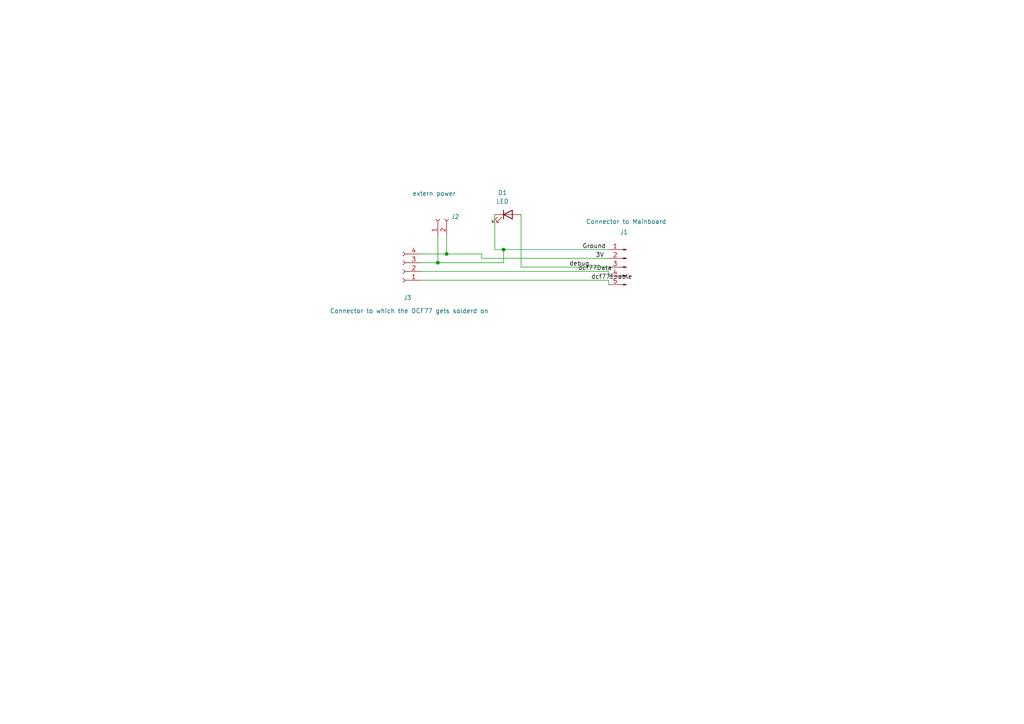
<source format=kicad_sch>
(kicad_sch
	(version 20231120)
	(generator "eeschema")
	(generator_version "8.0")
	(uuid "a0f7e1a3-7fb4-4420-bc34-70b0ce6e6903")
	(paper "A4")
	(lib_symbols
		(symbol "Connector:Conn_01x02_Socket"
			(pin_names
				(offset 1.016) hide)
			(exclude_from_sim no)
			(in_bom yes)
			(on_board yes)
			(property "Reference" "J"
				(at 0 2.54 0)
				(effects
					(font
						(size 1.27 1.27)
					)
				)
			)
			(property "Value" "Conn_01x02_Socket"
				(at 0 -5.08 0)
				(effects
					(font
						(size 1.27 1.27)
					)
				)
			)
			(property "Footprint" ""
				(at 0 0 0)
				(effects
					(font
						(size 1.27 1.27)
					)
					(hide yes)
				)
			)
			(property "Datasheet" "~"
				(at 0 0 0)
				(effects
					(font
						(size 1.27 1.27)
					)
					(hide yes)
				)
			)
			(property "Description" "Generic connector, single row, 01x02, script generated"
				(at 0 0 0)
				(effects
					(font
						(size 1.27 1.27)
					)
					(hide yes)
				)
			)
			(property "ki_locked" ""
				(at 0 0 0)
				(effects
					(font
						(size 1.27 1.27)
					)
				)
			)
			(property "ki_keywords" "connector"
				(at 0 0 0)
				(effects
					(font
						(size 1.27 1.27)
					)
					(hide yes)
				)
			)
			(property "ki_fp_filters" "Connector*:*_1x??_*"
				(at 0 0 0)
				(effects
					(font
						(size 1.27 1.27)
					)
					(hide yes)
				)
			)
			(symbol "Conn_01x02_Socket_1_1"
				(arc
					(start 0 -2.032)
					(mid -0.5058 -2.54)
					(end 0 -3.048)
					(stroke
						(width 0.1524)
						(type default)
					)
					(fill
						(type none)
					)
				)
				(polyline
					(pts
						(xy -1.27 -2.54) (xy -0.508 -2.54)
					)
					(stroke
						(width 0.1524)
						(type default)
					)
					(fill
						(type none)
					)
				)
				(polyline
					(pts
						(xy -1.27 0) (xy -0.508 0)
					)
					(stroke
						(width 0.1524)
						(type default)
					)
					(fill
						(type none)
					)
				)
				(arc
					(start 0 0.508)
					(mid -0.5058 0)
					(end 0 -0.508)
					(stroke
						(width 0.1524)
						(type default)
					)
					(fill
						(type none)
					)
				)
				(pin passive line
					(at -5.08 0 0)
					(length 3.81)
					(name "Pin_1"
						(effects
							(font
								(size 1.27 1.27)
							)
						)
					)
					(number "1"
						(effects
							(font
								(size 1.27 1.27)
							)
						)
					)
				)
				(pin passive line
					(at -5.08 -2.54 0)
					(length 3.81)
					(name "Pin_2"
						(effects
							(font
								(size 1.27 1.27)
							)
						)
					)
					(number "2"
						(effects
							(font
								(size 1.27 1.27)
							)
						)
					)
				)
			)
		)
		(symbol "Connector:Conn_01x04_Socket"
			(pin_names
				(offset 1.016) hide)
			(exclude_from_sim no)
			(in_bom yes)
			(on_board yes)
			(property "Reference" "J"
				(at 0 5.08 0)
				(effects
					(font
						(size 1.27 1.27)
					)
				)
			)
			(property "Value" "Conn_01x04_Socket"
				(at 0 -7.62 0)
				(effects
					(font
						(size 1.27 1.27)
					)
				)
			)
			(property "Footprint" ""
				(at 0 0 0)
				(effects
					(font
						(size 1.27 1.27)
					)
					(hide yes)
				)
			)
			(property "Datasheet" "~"
				(at 0 0 0)
				(effects
					(font
						(size 1.27 1.27)
					)
					(hide yes)
				)
			)
			(property "Description" "Generic connector, single row, 01x04, script generated"
				(at 0 0 0)
				(effects
					(font
						(size 1.27 1.27)
					)
					(hide yes)
				)
			)
			(property "ki_locked" ""
				(at 0 0 0)
				(effects
					(font
						(size 1.27 1.27)
					)
				)
			)
			(property "ki_keywords" "connector"
				(at 0 0 0)
				(effects
					(font
						(size 1.27 1.27)
					)
					(hide yes)
				)
			)
			(property "ki_fp_filters" "Connector*:*_1x??_*"
				(at 0 0 0)
				(effects
					(font
						(size 1.27 1.27)
					)
					(hide yes)
				)
			)
			(symbol "Conn_01x04_Socket_1_1"
				(arc
					(start 0 -4.572)
					(mid -0.5058 -5.08)
					(end 0 -5.588)
					(stroke
						(width 0.1524)
						(type default)
					)
					(fill
						(type none)
					)
				)
				(arc
					(start 0 -2.032)
					(mid -0.5058 -2.54)
					(end 0 -3.048)
					(stroke
						(width 0.1524)
						(type default)
					)
					(fill
						(type none)
					)
				)
				(polyline
					(pts
						(xy -1.27 -5.08) (xy -0.508 -5.08)
					)
					(stroke
						(width 0.1524)
						(type default)
					)
					(fill
						(type none)
					)
				)
				(polyline
					(pts
						(xy -1.27 -2.54) (xy -0.508 -2.54)
					)
					(stroke
						(width 0.1524)
						(type default)
					)
					(fill
						(type none)
					)
				)
				(polyline
					(pts
						(xy -1.27 0) (xy -0.508 0)
					)
					(stroke
						(width 0.1524)
						(type default)
					)
					(fill
						(type none)
					)
				)
				(polyline
					(pts
						(xy -1.27 2.54) (xy -0.508 2.54)
					)
					(stroke
						(width 0.1524)
						(type default)
					)
					(fill
						(type none)
					)
				)
				(arc
					(start 0 0.508)
					(mid -0.5058 0)
					(end 0 -0.508)
					(stroke
						(width 0.1524)
						(type default)
					)
					(fill
						(type none)
					)
				)
				(arc
					(start 0 3.048)
					(mid -0.5058 2.54)
					(end 0 2.032)
					(stroke
						(width 0.1524)
						(type default)
					)
					(fill
						(type none)
					)
				)
				(pin passive line
					(at -5.08 2.54 0)
					(length 3.81)
					(name "Pin_1"
						(effects
							(font
								(size 1.27 1.27)
							)
						)
					)
					(number "1"
						(effects
							(font
								(size 1.27 1.27)
							)
						)
					)
				)
				(pin passive line
					(at -5.08 0 0)
					(length 3.81)
					(name "Pin_2"
						(effects
							(font
								(size 1.27 1.27)
							)
						)
					)
					(number "2"
						(effects
							(font
								(size 1.27 1.27)
							)
						)
					)
				)
				(pin passive line
					(at -5.08 -2.54 0)
					(length 3.81)
					(name "Pin_3"
						(effects
							(font
								(size 1.27 1.27)
							)
						)
					)
					(number "3"
						(effects
							(font
								(size 1.27 1.27)
							)
						)
					)
				)
				(pin passive line
					(at -5.08 -5.08 0)
					(length 3.81)
					(name "Pin_4"
						(effects
							(font
								(size 1.27 1.27)
							)
						)
					)
					(number "4"
						(effects
							(font
								(size 1.27 1.27)
							)
						)
					)
				)
			)
		)
		(symbol "Connector:Conn_01x05_Pin"
			(pin_names
				(offset 1.016) hide)
			(exclude_from_sim no)
			(in_bom yes)
			(on_board yes)
			(property "Reference" "J"
				(at 0 7.62 0)
				(effects
					(font
						(size 1.27 1.27)
					)
				)
			)
			(property "Value" "Conn_01x05_Pin"
				(at 0 -7.62 0)
				(effects
					(font
						(size 1.27 1.27)
					)
				)
			)
			(property "Footprint" ""
				(at 0 0 0)
				(effects
					(font
						(size 1.27 1.27)
					)
					(hide yes)
				)
			)
			(property "Datasheet" "~"
				(at 0 0 0)
				(effects
					(font
						(size 1.27 1.27)
					)
					(hide yes)
				)
			)
			(property "Description" "Generic connector, single row, 01x05, script generated"
				(at 0 0 0)
				(effects
					(font
						(size 1.27 1.27)
					)
					(hide yes)
				)
			)
			(property "ki_locked" ""
				(at 0 0 0)
				(effects
					(font
						(size 1.27 1.27)
					)
				)
			)
			(property "ki_keywords" "connector"
				(at 0 0 0)
				(effects
					(font
						(size 1.27 1.27)
					)
					(hide yes)
				)
			)
			(property "ki_fp_filters" "Connector*:*_1x??_*"
				(at 0 0 0)
				(effects
					(font
						(size 1.27 1.27)
					)
					(hide yes)
				)
			)
			(symbol "Conn_01x05_Pin_1_1"
				(polyline
					(pts
						(xy 1.27 -5.08) (xy 0.8636 -5.08)
					)
					(stroke
						(width 0.1524)
						(type default)
					)
					(fill
						(type none)
					)
				)
				(polyline
					(pts
						(xy 1.27 -2.54) (xy 0.8636 -2.54)
					)
					(stroke
						(width 0.1524)
						(type default)
					)
					(fill
						(type none)
					)
				)
				(polyline
					(pts
						(xy 1.27 0) (xy 0.8636 0)
					)
					(stroke
						(width 0.1524)
						(type default)
					)
					(fill
						(type none)
					)
				)
				(polyline
					(pts
						(xy 1.27 2.54) (xy 0.8636 2.54)
					)
					(stroke
						(width 0.1524)
						(type default)
					)
					(fill
						(type none)
					)
				)
				(polyline
					(pts
						(xy 1.27 5.08) (xy 0.8636 5.08)
					)
					(stroke
						(width 0.1524)
						(type default)
					)
					(fill
						(type none)
					)
				)
				(rectangle
					(start 0.8636 -4.953)
					(end 0 -5.207)
					(stroke
						(width 0.1524)
						(type default)
					)
					(fill
						(type outline)
					)
				)
				(rectangle
					(start 0.8636 -2.413)
					(end 0 -2.667)
					(stroke
						(width 0.1524)
						(type default)
					)
					(fill
						(type outline)
					)
				)
				(rectangle
					(start 0.8636 0.127)
					(end 0 -0.127)
					(stroke
						(width 0.1524)
						(type default)
					)
					(fill
						(type outline)
					)
				)
				(rectangle
					(start 0.8636 2.667)
					(end 0 2.413)
					(stroke
						(width 0.1524)
						(type default)
					)
					(fill
						(type outline)
					)
				)
				(rectangle
					(start 0.8636 5.207)
					(end 0 4.953)
					(stroke
						(width 0.1524)
						(type default)
					)
					(fill
						(type outline)
					)
				)
				(pin passive line
					(at 5.08 5.08 180)
					(length 3.81)
					(name "Pin_1"
						(effects
							(font
								(size 1.27 1.27)
							)
						)
					)
					(number "1"
						(effects
							(font
								(size 1.27 1.27)
							)
						)
					)
				)
				(pin passive line
					(at 5.08 2.54 180)
					(length 3.81)
					(name "Pin_2"
						(effects
							(font
								(size 1.27 1.27)
							)
						)
					)
					(number "2"
						(effects
							(font
								(size 1.27 1.27)
							)
						)
					)
				)
				(pin passive line
					(at 5.08 0 180)
					(length 3.81)
					(name "Pin_3"
						(effects
							(font
								(size 1.27 1.27)
							)
						)
					)
					(number "3"
						(effects
							(font
								(size 1.27 1.27)
							)
						)
					)
				)
				(pin passive line
					(at 5.08 -2.54 180)
					(length 3.81)
					(name "Pin_4"
						(effects
							(font
								(size 1.27 1.27)
							)
						)
					)
					(number "4"
						(effects
							(font
								(size 1.27 1.27)
							)
						)
					)
				)
				(pin passive line
					(at 5.08 -5.08 180)
					(length 3.81)
					(name "Pin_5"
						(effects
							(font
								(size 1.27 1.27)
							)
						)
					)
					(number "5"
						(effects
							(font
								(size 1.27 1.27)
							)
						)
					)
				)
			)
		)
		(symbol "Device:LED"
			(pin_numbers hide)
			(pin_names
				(offset 1.016) hide)
			(exclude_from_sim no)
			(in_bom yes)
			(on_board yes)
			(property "Reference" "D"
				(at 0 2.54 0)
				(effects
					(font
						(size 1.27 1.27)
					)
				)
			)
			(property "Value" "LED"
				(at 0 -2.54 0)
				(effects
					(font
						(size 1.27 1.27)
					)
				)
			)
			(property "Footprint" ""
				(at 0 0 0)
				(effects
					(font
						(size 1.27 1.27)
					)
					(hide yes)
				)
			)
			(property "Datasheet" "~"
				(at 0 0 0)
				(effects
					(font
						(size 1.27 1.27)
					)
					(hide yes)
				)
			)
			(property "Description" "Light emitting diode"
				(at 0 0 0)
				(effects
					(font
						(size 1.27 1.27)
					)
					(hide yes)
				)
			)
			(property "ki_keywords" "LED diode"
				(at 0 0 0)
				(effects
					(font
						(size 1.27 1.27)
					)
					(hide yes)
				)
			)
			(property "ki_fp_filters" "LED* LED_SMD:* LED_THT:*"
				(at 0 0 0)
				(effects
					(font
						(size 1.27 1.27)
					)
					(hide yes)
				)
			)
			(symbol "LED_0_1"
				(polyline
					(pts
						(xy -1.27 -1.27) (xy -1.27 1.27)
					)
					(stroke
						(width 0.254)
						(type default)
					)
					(fill
						(type none)
					)
				)
				(polyline
					(pts
						(xy -1.27 0) (xy 1.27 0)
					)
					(stroke
						(width 0)
						(type default)
					)
					(fill
						(type none)
					)
				)
				(polyline
					(pts
						(xy 1.27 -1.27) (xy 1.27 1.27) (xy -1.27 0) (xy 1.27 -1.27)
					)
					(stroke
						(width 0.254)
						(type default)
					)
					(fill
						(type none)
					)
				)
				(polyline
					(pts
						(xy -3.048 -0.762) (xy -4.572 -2.286) (xy -3.81 -2.286) (xy -4.572 -2.286) (xy -4.572 -1.524)
					)
					(stroke
						(width 0)
						(type default)
					)
					(fill
						(type none)
					)
				)
				(polyline
					(pts
						(xy -1.778 -0.762) (xy -3.302 -2.286) (xy -2.54 -2.286) (xy -3.302 -2.286) (xy -3.302 -1.524)
					)
					(stroke
						(width 0)
						(type default)
					)
					(fill
						(type none)
					)
				)
			)
			(symbol "LED_1_1"
				(pin passive line
					(at -3.81 0 0)
					(length 2.54)
					(name "K"
						(effects
							(font
								(size 1.27 1.27)
							)
						)
					)
					(number "1"
						(effects
							(font
								(size 1.27 1.27)
							)
						)
					)
				)
				(pin passive line
					(at 3.81 0 180)
					(length 2.54)
					(name "A"
						(effects
							(font
								(size 1.27 1.27)
							)
						)
					)
					(number "2"
						(effects
							(font
								(size 1.27 1.27)
							)
						)
					)
				)
			)
		)
	)
	(junction
		(at 146.05 72.39)
		(diameter 0)
		(color 0 0 0 0)
		(uuid "0acc5920-3442-4bbf-a50c-96d27b955dd0")
	)
	(junction
		(at 129.54 73.66)
		(diameter 0)
		(color 0 0 0 0)
		(uuid "53cbf192-f15f-4313-bd18-4802b904efc3")
	)
	(junction
		(at 127 76.2)
		(diameter 0)
		(color 0 0 0 0)
		(uuid "648856f2-a867-4572-a0ab-2ae113fa196d")
	)
	(wire
		(pts
			(xy 143.51 72.39) (xy 146.05 72.39)
		)
		(stroke
			(width 0)
			(type default)
		)
		(uuid "02f9c8fb-0dfa-4320-8ded-13943332a4cc")
	)
	(wire
		(pts
			(xy 121.92 81.28) (xy 176.53 81.28)
		)
		(stroke
			(width 0)
			(type default)
		)
		(uuid "282ed11f-ca7f-4249-aee6-f949a6164028")
	)
	(wire
		(pts
			(xy 151.13 77.47) (xy 176.53 77.47)
		)
		(stroke
			(width 0)
			(type default)
		)
		(uuid "302a8a0b-aeed-4aaa-91cb-df56eebc8d03")
	)
	(wire
		(pts
			(xy 146.05 76.2) (xy 146.05 72.39)
		)
		(stroke
			(width 0)
			(type default)
		)
		(uuid "386e9a53-cd2c-4bc0-a8f5-d2b87eca62e9")
	)
	(wire
		(pts
			(xy 121.92 76.2) (xy 127 76.2)
		)
		(stroke
			(width 0)
			(type default)
		)
		(uuid "4007e09a-bb51-4f0b-8b4b-67e60cc67545")
	)
	(wire
		(pts
			(xy 139.7 73.66) (xy 139.7 74.93)
		)
		(stroke
			(width 0)
			(type default)
		)
		(uuid "44cbef53-43bb-47e1-806b-e57a4e612d49")
	)
	(wire
		(pts
			(xy 129.54 68.58) (xy 129.54 73.66)
		)
		(stroke
			(width 0)
			(type default)
		)
		(uuid "519928dd-cc01-4226-a213-5a9c35ab7c21")
	)
	(wire
		(pts
			(xy 176.53 78.74) (xy 176.53 80.01)
		)
		(stroke
			(width 0)
			(type default)
		)
		(uuid "5a7287c7-1a7b-40ae-bc78-767c1d748879")
	)
	(wire
		(pts
			(xy 146.05 72.39) (xy 176.53 72.39)
		)
		(stroke
			(width 0)
			(type default)
		)
		(uuid "5c18feae-bb7b-4146-bff5-530e5f02f136")
	)
	(wire
		(pts
			(xy 151.13 62.23) (xy 151.13 77.47)
		)
		(stroke
			(width 0)
			(type default)
		)
		(uuid "6cfe50b0-22b3-4faa-b9a1-ef2eedb36ca1")
	)
	(wire
		(pts
			(xy 143.51 62.23) (xy 143.51 72.39)
		)
		(stroke
			(width 0)
			(type default)
		)
		(uuid "6df8a18f-ca2c-4018-abe7-f8ea012e78ae")
	)
	(wire
		(pts
			(xy 127 68.58) (xy 127 76.2)
		)
		(stroke
			(width 0)
			(type default)
		)
		(uuid "79e4afde-834a-4222-ae5d-7a6990e96111")
	)
	(wire
		(pts
			(xy 139.7 74.93) (xy 176.53 74.93)
		)
		(stroke
			(width 0)
			(type default)
		)
		(uuid "afbee1d4-4ca1-436e-b090-c3997d51222d")
	)
	(wire
		(pts
			(xy 127 76.2) (xy 146.05 76.2)
		)
		(stroke
			(width 0)
			(type default)
		)
		(uuid "b46e414e-61c3-4ae4-a8a3-9470bc5557fc")
	)
	(wire
		(pts
			(xy 129.54 73.66) (xy 139.7 73.66)
		)
		(stroke
			(width 0)
			(type default)
		)
		(uuid "bef9ec69-371e-499a-bbb4-0095f5aa0a97")
	)
	(wire
		(pts
			(xy 176.53 81.28) (xy 176.53 82.55)
		)
		(stroke
			(width 0)
			(type default)
		)
		(uuid "db6a2e50-41c8-4ccf-bcdc-b9f0fccd2664")
	)
	(wire
		(pts
			(xy 121.92 78.74) (xy 176.53 78.74)
		)
		(stroke
			(width 0)
			(type default)
		)
		(uuid "eb4693a8-b4f1-40b7-8fdd-b4f19719f958")
	)
	(wire
		(pts
			(xy 121.92 73.66) (xy 129.54 73.66)
		)
		(stroke
			(width 0)
			(type default)
		)
		(uuid "f3684caf-e574-489d-a926-5fdc9aff2170")
	)
	(label "dcf77Enable"
		(at 171.45 81.28 0)
		(fields_autoplaced yes)
		(effects
			(font
				(size 1.27 1.27)
			)
			(justify left bottom)
		)
		(uuid "33ac16d6-5ccb-4bb1-b794-9e9dc4e0f1fa")
	)
	(label "3V"
		(at 172.72 74.93 0)
		(fields_autoplaced yes)
		(effects
			(font
				(size 1.27 1.27)
			)
			(justify left bottom)
		)
		(uuid "57c8079a-4f43-4a4e-948c-57c0e96e87ea")
	)
	(label "dcf77Data"
		(at 167.64 78.74 0)
		(fields_autoplaced yes)
		(effects
			(font
				(size 1.27 1.27)
			)
			(justify left bottom)
		)
		(uuid "5919259c-9a2c-4190-8e9d-00df93c44798")
	)
	(label "debug"
		(at 165.1 77.47 0)
		(fields_autoplaced yes)
		(effects
			(font
				(size 1.27 1.27)
			)
			(justify left bottom)
		)
		(uuid "9d2f0698-f2e3-40d8-8bd6-57d928fc9733")
	)
	(label "Ground"
		(at 168.91 72.39 0)
		(fields_autoplaced yes)
		(effects
			(font
				(size 1.27 1.27)
			)
			(justify left bottom)
		)
		(uuid "ffa8faf9-a1a9-4684-a655-fb87450d3465")
	)
	(symbol
		(lib_id "Device:LED")
		(at 147.32 62.23 0)
		(unit 1)
		(exclude_from_sim no)
		(in_bom yes)
		(on_board yes)
		(dnp no)
		(fields_autoplaced yes)
		(uuid "47f56e81-1bcb-4efb-afa5-3fd64808cabc")
		(property "Reference" "D1"
			(at 145.7325 55.88 0)
			(effects
				(font
					(size 1.27 1.27)
				)
			)
		)
		(property "Value" "LED"
			(at 145.7325 58.42 0)
			(effects
				(font
					(size 1.27 1.27)
				)
			)
		)
		(property "Footprint" "LED_THT:LED_D3.0mm"
			(at 147.32 62.23 0)
			(effects
				(font
					(size 1.27 1.27)
				)
				(hide yes)
			)
		)
		(property "Datasheet" "~"
			(at 147.32 62.23 0)
			(effects
				(font
					(size 1.27 1.27)
				)
				(hide yes)
			)
		)
		(property "Description" "Light emitting diode"
			(at 147.32 62.23 0)
			(effects
				(font
					(size 1.27 1.27)
				)
				(hide yes)
			)
		)
		(pin "2"
			(uuid "6f1af5bd-58c3-41a5-a8a8-1d7dd2fd1b83")
		)
		(pin "1"
			(uuid "2817587a-7dce-41ad-bb2f-e6c21b3dfb32")
		)
		(instances
			(project "dcf77board"
				(path "/a0f7e1a3-7fb4-4420-bc34-70b0ce6e6903"
					(reference "D1")
					(unit 1)
				)
			)
		)
	)
	(symbol
		(lib_id "Connector:Conn_01x04_Socket")
		(at 116.84 78.74 180)
		(unit 1)
		(exclude_from_sim no)
		(in_bom yes)
		(on_board yes)
		(dnp no)
		(uuid "7dc71cce-1516-46b1-bf8b-9386ffe32f15")
		(property "Reference" "J3"
			(at 119.38 86.36 0)
			(effects
				(font
					(size 1.27 1.27)
				)
				(justify left)
			)
		)
		(property "Value" "Connector to which the DCF77 gets solderd on"
			(at 141.732 90.17 0)
			(effects
				(font
					(size 1.27 1.27)
				)
				(justify left)
			)
		)
		(property "Footprint" "Connector_PinSocket_2.54mm:PinSocket_1x04_P2.54mm_Vertical"
			(at 116.84 78.74 0)
			(effects
				(font
					(size 1.27 1.27)
				)
				(hide yes)
			)
		)
		(property "Datasheet" "~"
			(at 116.84 78.74 0)
			(effects
				(font
					(size 1.27 1.27)
				)
				(hide yes)
			)
		)
		(property "Description" "Generic connector, single row, 01x04, script generated"
			(at 116.84 78.74 0)
			(effects
				(font
					(size 1.27 1.27)
				)
				(hide yes)
			)
		)
		(pin "3"
			(uuid "83ee0764-4b3d-4060-836e-ed69a918c414")
		)
		(pin "1"
			(uuid "b2f74679-e151-47a5-93dd-df741d09c529")
		)
		(pin "2"
			(uuid "8ddd7b03-43dd-4fa7-8942-859c6bcb2214")
		)
		(pin "4"
			(uuid "f5b05995-874f-4870-a978-af8cd7f1d075")
		)
		(instances
			(project "dcf77board"
				(path "/a0f7e1a3-7fb4-4420-bc34-70b0ce6e6903"
					(reference "J3")
					(unit 1)
				)
			)
		)
	)
	(symbol
		(lib_id "Connector:Conn_01x02_Socket")
		(at 127 63.5 90)
		(unit 1)
		(exclude_from_sim no)
		(in_bom yes)
		(on_board yes)
		(dnp no)
		(uuid "a540a844-e2c0-420a-893b-957bc18ca63f")
		(property "Reference" "J2"
			(at 130.81 62.8649 90)
			(effects
				(font
					(size 1.27 1.27)
				)
				(justify right)
			)
		)
		(property "Value" "extern power"
			(at 119.634 56.134 90)
			(effects
				(font
					(size 1.27 1.27)
				)
				(justify right)
			)
		)
		(property "Footprint" "Connector_PinSocket_2.54mm:PinSocket_1x02_P2.54mm_Vertical"
			(at 127 63.5 0)
			(effects
				(font
					(size 1.27 1.27)
				)
				(hide yes)
			)
		)
		(property "Datasheet" "~"
			(at 127 63.5 0)
			(effects
				(font
					(size 1.27 1.27)
				)
				(hide yes)
			)
		)
		(property "Description" "Generic connector, single row, 01x02, script generated"
			(at 127 63.5 0)
			(effects
				(font
					(size 1.27 1.27)
				)
				(hide yes)
			)
		)
		(pin "2"
			(uuid "ac66bce4-83f2-472b-8abd-d2d67a3a907e")
		)
		(pin "1"
			(uuid "c6cc1119-c657-42f2-944f-757acaafc63c")
		)
		(instances
			(project "dcf77board"
				(path "/a0f7e1a3-7fb4-4420-bc34-70b0ce6e6903"
					(reference "J2")
					(unit 1)
				)
			)
		)
	)
	(symbol
		(lib_id "Connector:Conn_01x05_Pin")
		(at 181.61 77.47 0)
		(mirror y)
		(unit 1)
		(exclude_from_sim no)
		(in_bom yes)
		(on_board yes)
		(dnp no)
		(uuid "f4bc0a1b-8d29-47db-812f-6a029ed03036")
		(property "Reference" "J1"
			(at 180.975 67.31 0)
			(effects
				(font
					(size 1.27 1.27)
				)
			)
		)
		(property "Value" "Connector to Mainboard"
			(at 181.61 64.262 0)
			(effects
				(font
					(size 1.27 1.27)
				)
			)
		)
		(property "Footprint" "Connector_PinHeader_2.54mm:PinHeader_1x05_P2.54mm_Horizontal"
			(at 181.61 77.47 0)
			(effects
				(font
					(size 1.27 1.27)
				)
				(hide yes)
			)
		)
		(property "Datasheet" "~"
			(at 181.61 77.47 0)
			(effects
				(font
					(size 1.27 1.27)
				)
				(hide yes)
			)
		)
		(property "Description" "Generic connector, single row, 01x05, script generated"
			(at 181.61 77.47 0)
			(effects
				(font
					(size 1.27 1.27)
				)
				(hide yes)
			)
		)
		(pin "1"
			(uuid "87b81517-ee67-4355-bdbd-a6d97b7dc525")
		)
		(pin "2"
			(uuid "ed763a64-8cb6-4aa1-a2a8-0152e4d83dcf")
		)
		(pin "5"
			(uuid "fcca0d77-b610-4fa7-99ef-5039c09e3239")
		)
		(pin "4"
			(uuid "3e142b9e-e660-442a-9540-22872fe914a4")
		)
		(pin "3"
			(uuid "e27c9f3a-5570-4d9a-aba3-835ffe254364")
		)
		(instances
			(project "dcf77board"
				(path "/a0f7e1a3-7fb4-4420-bc34-70b0ce6e6903"
					(reference "J1")
					(unit 1)
				)
			)
		)
	)
	(sheet_instances
		(path "/"
			(page "1")
		)
	)
)
</source>
